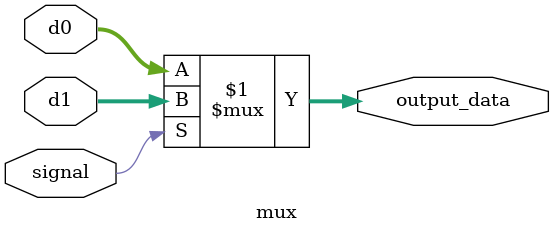
<source format=v>
/*
 * Module: Generatic.mux
 * Author: Touko
 * Create at 2017-11-15 09:58
 */

module mux(
  input wire[31:0] d0,
  input wire[31:0] d1,
  input wire signal,
  output wire[31:0] output_data
);

  assign output_data = signal ? d1 : d0;
  always@(*)
  begin
    // $display("d0: 0x%x, d1: 0x%x", d0, d1);
    // $display("Select 0x%x", output_data);
  end
endmodule
</source>
